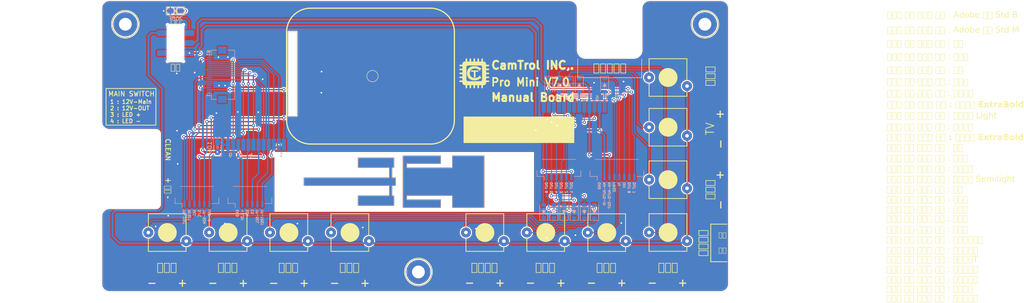
<source format=kicad_pcb>
(kicad_pcb (version 20240108) (generator "pcbnew") (generator_version "8.0")
  (layers (0 "F.Cu" signal) (31 "B.Cu" signal) (34 "B.Paste" user) (35 "F.Paste" user) (36 "B.SilkS" user "B.Silkscreen") (37 "F.SilkS" user "F.Silkscreen") (38 "B.Mask" user) (39 "F.Mask" user) (44 "Edge.Cuts" user))
  (net 0 "")
  (net 1 "GNDPWR")
  (net 2 "Net-(D1-A)")
  (net 3 "/LED_OUT_01")
  (net 4 "Net-(D2-K)")
  (net 5 "/LED_OUT_02")
  (net 6 "Net-(D3-K)")
  (net 7 "/LED_OUT_03")
  (net 8 "Net-(D4-K)")
  (net 9 "/LED_OUT_04")
  (net 10 "Net-(D5-K)")
  (net 11 "Net-(D12-K)")
  (net 12 "Net-(D13-K)")
  (net 13 "Net-(D14-K)")
  (net 14 "Net-(D15-K)")
  (net 15 "/LED_OUT_05")
  (net 16 "/LED_OUT_06")
  (net 17 "/LED_OUT_07")
  (net 18 "/LED_OUT_08")
  (net 19 "ST-7789V-LED_K")
  (net 20 "ST-7789V-D{slash}C")
  (net 21 "ST-7789V-CS")
  (net 22 "ST-7789V-SCL")
  (net 23 "ST-7789V-SDA")
  (net 24 "ST-7789V-RESET")
  (net 25 "ST-7789V-TP_SCL")
  (net 26 "ST-7789V-TP_SDA")
  (net 27 "ST-7789V-TP_TRST")
  (net 28 "ST-7789V-TP_TINT")
  (net 29 "+3.3V")
  (net 30 "Net-(SW6A-C)")
  (net 31 "+1.8V")
  (net 32 "Net-(SW10A-B)")
  (net 33 "/TV")
  (net 34 "Net-(D6-K)")
  (net 35 "/FRIGE")
  (net 36 "Net-(D7-K)")
  (net 37 "/INV")
  (net 38 "Net-(D16-K)")
  (net 39 "Net-(J1-Pin_10)")
  (net 40 "Net-(J1-Pin_12)")
  (footprint "Server.pretty:ST7789V" (layer "F.Cu") (at 96.955788 56.25 -90)
    (property "Reference" "U1" (hide yes))
    (property "Value" "1.3 OLED" (hide yes))
    (fp_rect (start -11.1 19) (end 9.9 21) (stroke (width 0.12)) (fill none) (layer "Edge.Cuts"))
  )
  (footprint "Server.pretty:8.5x8.5_Push_Lock" (layer "F.Cu") (at 140.335788 95.4)
    (property "Reference" "SW9" (hide yes))
    (property "Value" "L068-A" (hide yes))
  )
  (footprint "Server.pretty:8.5x8.5_Push_Lock" (layer "F.Cu") (at 45.605788 95.4)
    (property "Reference" "SW2" (hide yes))
    (property "Value" "L068-A" (hide yes))
  )
  (footprint "Server.pretty:8.5x8.5_Push_Lock" (layer "F.Cu") (at 170.935788 56.59)
    (property "Reference" "SW12" (hide yes))
    (property "Value" "L068-A" (hide yes))
  )
  (footprint "Server.pretty:LED_0805" (layer "F.Cu") (at 47.650788 39.93)
    (property "Reference" "D1" (hide yes))
    (property "Value" "MANUAL" (hide yes))
  )
  (footprint "Server.pretty:MountingHole_3.2mm_M3-pcb" (layer "F.Cu") (at 180.155788 43.27)
    (property "Reference" "H4" (hide yes))
    (property "Value" "MH" (hide yes))
  )
  (footprint "Server.pretty:8.5x8.5_Push_Lock" (layer "F.Cu") (at 170.935788 69.04)
    (property "Reference" "SW1" (hide yes))
    (property "Value" "L068-A" (hide yes))
  )
  (footprint "Server.pretty:8.5x8.5_Push_Lock" (layer "F.Cu") (at 125.095788 95.4)
    (property "Reference" "SW8" (hide yes))
    (property "Value" "L068-A" (hide yes))
  )
  (footprint "Server.pretty:MountingHole_3.2mm_M3-pcb" (layer "F.Cu") (at 108.455788 105.27)
    (property "Reference" "H2" (hide yes))
    (property "Value" "MH" (hide yes))
  )
  (footprint "Server.pretty:8.5x8.5_Push_Lock" (layer "F.Cu") (at 76.045788 95.4)
    (property "Reference" "SW4" (hide yes))
    (property "Value" "L068-A" (hide yes))
  )
  (footprint "Server.pretty:8.5x8.5_Push_Lock" (layer "F.Cu") (at 60.835788 95.39)
    (property "Reference" "SW3" (hide yes))
    (property "Value" "L068-A" (hide yes))
  )
  (footprint "Server.pretty:8.5x8.5_Push_Lock" (layer "F.Cu") (at 170.935788 82.17)
    (property "Reference" "SW7" (hide yes))
    (property "Value" "L068-A" (hide yes))
  )
  (footprint "Server.pretty:8.5x8.5_Push_Lock" (layer "F.Cu") (at 170.935788 95.39)
    (property "Reference" "SW11" (hide yes))
    (property "Value" "L068-A" (hide yes))
  )
  (footprint "Server.pretty:MountingHole_3.2mm_M3-pcb" (layer "F.Cu") (at 35.105788 43.27)
    (property "Reference" "H1" (hide yes))
    (property "Value" "MH" (hide yes))
  )
  (footprint "Server.pretty:YSS-1201" (layer "F.Cu") (at 47.650788 47.97)
    (property "Reference" "SW6" (hide yes))
    (property "Value" "SW_DPDT_x2" (hide yes))
    (fp_line (start -2 -4.38) (end -2 4.380001) (stroke (width 0.05)) (layer "Edge.Cuts"))
    (fp_line (start -1.78 -4.6) (end 1.78 -4.600001) (stroke (width 0.05)) (layer "Edge.Cuts"))
    (fp_line (start -1.78 4.600001) (end 1.780001 4.6) (stroke (width 0.05)) (layer "Edge.Cuts"))
    (fp_line (start 2 -4.380001) (end 2.000001 4.38) (stroke (width 0.05)) (layer "Edge.Cuts"))
    (fp_arc (start -2 -4.38) (mid -2.155563 -4.755563) (end -1.78 -4.6) (stroke (width 0.05)) (layer "Edge.Cuts"))
    (fp_arc (start -1.78 4.600001) (mid -2.155563 4.755564) (end -2 4.380001) (stroke (width 0.05)) (layer "Edge.Cuts"))
    (fp_arc (start 1.78 -4.600001) (mid 2.155564 -4.755563) (end 2 -4.380001) (stroke (width 0.05)) (layer "Edge.Cuts"))
    (fp_arc (start 2.000001 4.38) (mid 2.155563 4.755564) (end 1.780001 4.6) (stroke (width 0.05)) (layer "Edge.Cuts"))
  )
  (footprint "Server.pretty:logo" (layer "F.Cu") (at 122.445 55.53)
    (property "Reference" "G***" (hide yes))
    (property "Value" "LOGO" (hide yes))
  )
  (footprint "Server.pretty:8.5x8.5_Push_Lock" (layer "F.Cu") (at 155.605788 95.41)
    (property "Reference" "SW10" (hide yes))
    (property "Value" "L068-A" (hide yes))
  )
  (footprint "Server.pretty:8.5x8.5_Push_Lock" (layer "F.Cu") (at 91.325788 95.4)
    (property "Reference" "SW5" (hide yes))
    (property "Value" "L068-A" (hide yes))
  )
  (footprint "Server.pretty:D_SOD-123" (layer "B.Cu") (at 152.515788 90.12 90)
    (property "Reference" "D13" (hide yes))
    (property "Value" "type=\"D\" model=\"1N4148W\" lib=\"\"" (hide yes))
  )
  (footprint "Server.pretty:D_SOD-123" (layer "B.Cu") (at 149.975788 90.12 90)
    (property "Reference" "D12" (hide yes))
    (property "Value" "type=\"D\" model=\"1N4148W\" lib=\"\"" (hide yes))
  )
  (footprint "Server.pretty:D_SOD-123" (layer "B.Cu") (at 141.085788 58.57 -90)
    (property "Reference" "D15" (hide yes))
    (property "Value" "type=\"D\" model=\"1N4148W\" lib=\"\"" (hide yes))
  )
  (footprint "Connector_JST:JST_GH_SM06B-GHS-TB_1x06-1MP_P1.25mm_Horizontal" (layer "B.Cu") (at 53.020788 86.43)
    (property "Reference" "J6" (hide yes))
    (property "Value" "Conn_01x06_Pin" (hide yes))
  )
  (footprint "Server.pretty:D_SOD-123" (layer "B.Cu") (at 142.355788 90.12 90)
    (property "Reference" "D3" (hide yes))
    (property "Value" "type=\"D\" model=\"1N4148W\" lib=\"\"" (hide yes))
  )
  (footprint "Server.pretty:D_SOD-123" (layer "B.Cu") (at 155.055788 58.57 -90)
    (property "Reference" "D14" (hide yes))
    (property "Value" "type=\"D\" model=\"1N4148W\" lib=\"\"" (hide yes))
  )
  (footprint "Connector_JST:JST_GH_SM08B-GHS-TB_1x08-1MP_P1.25mm_Horizontal" (layer "B.Cu") (at 158.120788 79.65)
    (property "Reference" "J8" (hide yes))
    (property "Value" "Conn_01x08_Pin" (hide yes))
  )
  (footprint "Connector_JST:JST_GH_SM06B-GHS-TB_1x06-1MP_P1.25mm_Horizontal" (layer "B.Cu") (at 143.620788 79.65)
    (property "Reference" "J4" (hide yes))
    (property "Value" "Conn_01x06_Pin" (hide yes))
  )
  (footprint "Server.pretty:R_0805_HandSoldering" (layer "B.Cu") (at 47.650788 39.93)
    (property "Reference" "R3" (hide yes))
    (property "Value" "203F")
  )
  (footprint "Server.pretty:C_0805_HandSoldering" (layer "B.Cu") (at 58.165788 74.04 -90)
    (property "Reference" "C1" (hide yes))
    (property "Value" "106")
  )
  (footprint "Server.pretty:SMD_CONN_1x12_P1.270mm" (layer "B.Cu") (at 74.785788 73.41 180)
    (property "Reference" "J3" (hide yes))
    (property "Value" "Conn_01x12_Male" (hide yes))
  )
  (footprint "Server.pretty:Hirose_FH12-18S-0.5SH_1x18-1MP_P0.50mm_Horizontal_ST7789V3-TC" (layer "B.Cu") (at 57.955788 55.9 -90)
    (property "Reference" "J2" (hide yes))
    (property "Value" "Conn_01x12_Male" (hide yes))
  )
  (footprint "Server:IPX-ANTENA" (layer "B.Cu") (at 103.045788 82.66)
    (property "Reference" "A1" (hide yes))
    (property "Value" "IPX-ANTENA" (hide yes))
  )
  (footprint "Server.pretty:D_SOD-123" (layer "B.Cu") (at 146.165788 58.57 -90)
    (property "Reference" "D6" (hide yes))
    (property "Value" "type=\"D\" model=\"1N4148W\" lib=\"\"" (hide yes))
  )
  (footprint "Server.pretty:D_SOD-123" (layer "B.Cu") (at 143.625788 58.57 -90)
    (property "Reference" "D16" (hide yes))
    (property "Value" "type=\"D\" model=\"1N4148W\" lib=\"\"" (hide yes))
  )
  (footprint "Server.pretty:D_SOD-123" (layer "B.Cu") (at 148.705788 58.57 -90)
    (property "Reference" "D7" (hide yes))
    (property "Value" "type=\"D\" model=\"1N4148W\" lib=\"\"" (hide yes))
  )
  (footprint "Server.pretty:D_SOD-123" (layer "B.Cu") (at 147.435788 90.12 90)
    (property "Reference" "D5" (hide yes))
    (property "Value" "type=\"D\" model=\"1N4148W\" lib=\"\"" (hide yes))
  )
  (footprint "Server.pretty:SMD_CONN_1x14_P1.270mm" (layer "B.Cu") (at 139.815788 63.92)
    (property "Reference" "J1" (hide yes))
    (property "Value" "Conn_01x12_Male" (hide yes))
  )
  (footprint "Server.pretty:D_SOD-123" (layer "B.Cu") (at 139.815788 90.12 90)
    (property "Reference" "D2" (hide yes))
    (property "Value" "type=\"D\" model=\"1N4148W\" lib=\"\"" (hide yes))
  )
  (footprint "Connector_JST:JST_GH_SM06B-GHS-TB_1x06-1MP_P1.25mm_Horizontal" (layer "B.Cu") (at 66.275788 86.43)
    (property "Reference" "J7" (hide yes))
    (property "Value" "Conn_01x06_Pin" (hide yes))
  )
  (footprint "Server.pretty:D_SOD-123" (layer "B.Cu") (at 144.895788 90.12 90)
    (property "Reference" "D4" (hide yes))
    (property "Value" "type=\"D\" model=\"1N4148W\" lib=\"\"" (hide yes))
  )
  (gr_line (start 164.335788 56.64) (end 148.315788 56.64) (stroke (width 0.12)) (layer "F.SilkS"))
  (gr_line (start 148.315788 51.94) (end 148.315788 56.59) (stroke (width 0.12)) (layer "F.SilkS"))
  (gr_line (start 185.695788 93.3) (end 181.615788 93.3) (stroke (width 0.2)) (layer "F.SilkS"))
  (gr_line (start 185.695788 102.71) (end 181.615788 102.71) (stroke (width 0.2)) (layer "F.SilkS"))
  (gr_rect (start 30.270788 59.35) (end 42.740788 68.53) (stroke (width 0.2)) (fill none) (layer "F.SilkS"))
  (gr_line (start 181.615788 102.71) (end 181.615788 93.3) (stroke (width 0.2)) (layer "F.SilkS"))
  (gr_rect (start 119.825 66.44) (end 147.395 72.94) (stroke (width 0.12)) (fill solid) (layer "F.SilkS"))
  (gr_line (start 164.335788 51.93) (end 164.335788 56.64) (stroke (width 0.12)) (layer "F.SilkS"))
  (gr_arc (start 164.325788 39.27) (mid 164.911574 37.855786) (end 166.325788 37.27) (stroke (width 0.05)) (layer "Edge.Cuts"))
  (gr_line (start 164.325788 39.27) (end 164.325788 49.7) (stroke (width 0.05)) (layer "Edge.Cuts"))
  (gr_line (start 42.765739 69.689951) (end 31.105788 69.689951) (stroke (width 0.05)) (layer "Edge.Cuts"))
  (gr_arc (start 42.765739 69.689951) (mid 43.479954 69.985799) (end 43.775788 70.7) (stroke (width 0.05)) (layer "Edge.Cuts"))
  (gr_arc (start 31.105788 110.27) (mid 29.691574 109.684214) (end 29.105788 108.27) (stroke (width 0.05)) (layer "Edge.Cuts"))
  (gr_line (start 186.155788 39.27) (end 186.155788 108.27) (stroke (width 0.05)) (layer "Edge.Cuts"))
  (gr_arc (start 186.155788 108.27) (mid 185.570002 109.684214) (end 184.155788 110.27) (stroke (width 0.05)) (layer "Edge.Cuts"))
  (gr_arc (start 184.155788 37.27) (mid 185.570002 37.855786) (end 186.155788 39.27) (stroke (width 0.05)) (layer "Edge.Cuts"))
  (gr_line (start 162.325788 51.7) (end 150.305788 51.7) (stroke (width 0.05)) (layer "Edge.Cuts"))
  (gr_arc (start 29.105788 39.27) (mid 29.691574 37.855786) (end 31.105788 37.27) (stroke (width 0.05)) (layer "Edge.Cuts"))
  (gr_line (start 43.775788 88.31) (end 43.775788 70.7) (stroke (width 0.05)) (layer "Edge.Cuts"))
  (gr_arc (start 29.105788 91.32) (mid 29.691574 89.905786) (end 31.105788 89.32) (stroke (width 0.05)) (layer "Edge.Cuts"))
  (gr_line (start 29.105788 67.69) (end 29.105788 39.27) (stroke (width 0.05)) (layer "Edge.Cuts"))
  (gr_arc (start 150.305788 51.7) (mid 148.891574 51.114214) (end 148.305788 49.7) (stroke (width 0.05)) (layer "Edge.Cuts"))
  (gr_arc (start 31.105788 69.689951) (mid 29.691556 69.104168) (end 29.105788 67.689951) (stroke (width 0.05)) (layer "Edge.Cuts"))
  (gr_line (start 148.305788 49.7) (end 148.305788 39.27) (stroke (width 0.05)) (layer "Edge.Cuts"))
  (gr_arc (start 164.325788 49.7) (mid 163.740002 51.114214) (end 162.325788 51.7) (stroke (width 0.05)) (layer "Edge.Cuts"))
  (gr_line (start 184.155788 110.27) (end 166.325788 110.27) (stroke (width 0.05)) (layer "Edge.Cuts"))
  (gr_line (start 29.105788 91.32) (end 29.105788 108.29) (stroke (width 0.05)) (layer "Edge.Cuts"))
  (gr_line (start 184.155788 37.27) (end 166.325788 37.27) (stroke (width 0.05)) (layer "Edge.Cuts"))
  (gr_line (start 31.105788 110.27) (end 184.155788 110.27) (stroke (width 0.05)) (layer "Edge.Cuts"))
  (gr_arc (start 146.305788 37.27) (mid 147.720002 37.855786) (end 148.305788 39.27) (stroke (width 0.05)) (layer "Edge.Cuts"))
  (gr_line (start 31.105788 37.27) (end 146.305788 37.27) (stroke (width 0.05)) (layer "Edge.Cuts"))
  (gr_arc (start 43.775788 88.309951) (mid 43.479937 89.024149) (end 42.765739 89.32) (stroke (width 0.05)) (layer "Edge.Cuts"))
  (gr_line (start 42.765739 89.32) (end 31.105788 89.32) (stroke (width 0.05)) (layer "Edge.Cuts"))
  (gr_line (start 31.105788 110.27) (end 146.305788 110.27) (stroke (width 0.05)) (layer "Edge.Cuts"))
  (gr_text "하강" (at 185.565788 96.08 0) (layer "F.SilkS") (effects (font (size 1.2 1.2) (thickness 0.25) (bold yes)) (justify right)))
  (gr_text "냉장고 히터 무드등 흥홍 : 나눔고딕 ExtraBold" (at 225.675788 63.42 0) (layer "F.SilkS") (effects (font (size 1.5 1.5) (thickness 0.2)) (justify left)))
  (gr_text "냉장고 히터 무드등 흥홍 : 은돋움" (at 225.595788 92.01 0) (layer "F.SilkS") (effects (font (size 1.5 1.5) (thickness 0.2)) (justify left)))
  (gr_text "냉장고 히터 무드등 흥홍 : 바탕체" (at 225.595788 87.14 0) (layer "F.SilkS") (effects (font (size 1.5 1.5) (thickness 0.2)) (justify left)))
  (gr_text "냉장고 히터 무드등 흥홍 : 휴먼아미체" (at 225.585788 104.66 0) (layer "F.SilkS") (effects (font (size 1.5 1.5) (thickness 0.2)) (justify left)))
  (gr_text "-" (at 183.985788 88.48 90) (layer "F.SilkS") (effects (font (size 2 2) (thickness 0.3))))
  (gr_text "+" (at 144.120788 107.92 0) (layer "F.SilkS") (effects (font (size 2 2) (thickness 0.3))))
  (gr_text "+" (at 95.095788 107.97 0) (layer "F.SilkS") (effects (font (size 2 2) (thickness 0.3))))
  (gr_text "냉장고 히터 무드등 흥홍 : 돋움" (at 225.605788 74.2 0) (layer "F.SilkS") (effects (font (size 1.5 1.5) (thickness 0.2)) (justify left)))
  (gr_text "디스플레이" (at 156.345788 54.24 0) (layer "F.SilkS") (effects (font (size 2 2) (thickness 0.25))))
  (gr_text "무드등" (at 140.205788 104.16 0) (layer "F.SilkS") (effects (font (size 2 2) (thickness 0.2))))
  (gr_text "팝업텐트" (at 179.695788 98.04 90) (layer "F.SilkS") (effects (font (size 2 2) (thickness 0.2))))
  (gr_text "+" (at 79.855788 107.97 0) (layer "F.SilkS") (effects (font (size 2 2) (thickness 0.3))))
  (gr_text "-" (at 166.980788 107.92 0) (layer "F.SilkS") (effects (font (size 2 2) (thickness 0.3))))
  (gr_text "+" (at 64.615788 107.97 0) (layer "F.SilkS") (effects (font (size 2 2) (thickness 0.3))))
  (gr_text "Pro Mini V7.0" (at 126.445 57.78 0) (layer "F.SilkS") (effects (font (size 2 1.9) (thickness 0.4)) (justify left)))
  (gr_text "어닝등" (at 170.925788 104.15 0) (layer "F.SilkS") (effects (font (size 2 2) (thickness 0.2))))
  (gr_text "시트열선" (at 124.965788 104.16 0) (layer "F.SilkS") (effects (font (size 2 2) (thickness 0.2))))
  (gr_text "사이드" (at 75.915788 104.16 0) (layer "F.SilkS") (effects (font (size 2 2) (thickness 0.2))))
  (gr_text "냉장고 히터 무드등 흥홍 : 굴림체" (at 225.695788 51.45 0) (layer "F.SilkS") (effects (font (size 1.5 1.5) (thickness 0.2)) (justify left)))
  (gr_text "실내등" (at 60.705788 104.15 0) (layer "F.SilkS") (effects (font (size 2 2) (thickness 0.2))))
  (gr_text "냉장고 히터 무드등 흥홍 : 나눔명조" (at 225.645788 69 0) (layer "F.SilkS") (effects (font (size 1.5 1.5) (thickness 0.2)) (justify left)))
  (gr_text "-" (at 183.985788 73.24 90) (layer "F.SilkS") (effects (font (size 2 2) (thickness 0.3))))
  (gr_text "냉장고 히터 무드등 흥홍 : 휴먼헤드라인" (at 225.585788 97.22 0) (layer "F.SilkS") (effects (font (size 1.5 1.5) (thickness 0.2)) (justify left)))
  (gr_text "-" (at 121.260788 107.92 0) (layer "F.SilkS") (effects (font (size 2 2) (thickness 0.3))))
  (gr_text "냉장고 히터 무드등 흥홍 : 궁서체" (at 225.695788 57.73 0) (layer "F.SilkS") (effects (font (size 1.5 1.5) (thickness 0.2)) (justify left)))
  (gr_text "+" (at 128.880788 107.92 0) (layer "F.SilkS") (effects (font (size 2 2) (thickness 0.3))))
  (gr_text "냉장고 히터 무드등 흥홍 : Adobe 명조 Std M" (at 225.695788 44.74 0) (layer "F.SilkS") (effects (font (size 1.5 1.5) (thickness 0.2)) (justify left)))
  (gr_text "냉장고 히터 무드등 흥홍 : 휴먼옛체" (at 225.585788 109.57 0) (layer "F.SilkS") (effects (font (size 1.5 1.5) (thickness 0.2)) (justify left)))
  (gr_text "냉장고 히터 무드등 흥홍 : 바탕" (at 225.595788 84.65 0) (layer "F.SilkS") (effects (font (size 1.5 1.5) (thickness 0.2)) (justify left)))
  (gr_text "Manual Board" (at 126.445 61.58 0) (layer "F.SilkS") (effects (font (size 2 2) (thickness 0.5)) (justify left)))
  (gr_text "-" (at 56.995788 107.97 0) (layer "F.SilkS") (effects (font (size 2 2) (thickness 0.3))))
  (gr_text "-" (at 72.235788 107.97 0) (layer "F.SilkS") (effects (font (size 2 2) (thickness 0.3))))
  (gr_text "-" (at 87.475788 107.97 0) (layer "F.SilkS") (effects (font (size 2 2) (thickness 0.3))))
  (gr_text "물펌프" (at 45.495788 104.16 0) (layer "F.SilkS") (effects (font (size 2 2) (thickness 0.2))))
  (gr_text "냉장고 히터 무드등 흥홍 : 휴먼엑스포" (at 225.585788 107.19 0) (layer "F.SilkS") (effects (font (size 1.5 1.5) (thickness 0.2)) (justify left)))
  (gr_text "냉장고 히터 무드등 흥홍 : 나눔고딕 Light" (at 225.675788 66.19 0) (layer "F.SilkS") (effects (font (size 1.5 1.5) (thickness 0.2)) (justify left)))
  (gr_text "+" (at 174.600788 107.92 0) (layer "F.SilkS") (effects (font (size 2 2) (thickness 0.3))))
  (gr_text "+" (at 183.985788 80.86 0) (layer "F.SilkS") (effects (font (size 2 2) (thickness 0.3))))
  (gr_text "냉장고 히터 무드등 흥홍 : 나눔명조 ExtraBold" (at 225.615788 71.63 0) (layer "F.SilkS") (effects (font (size 1.5 1.5) (thickness 0.2)) (justify left)))
  (gr_text "냉장고 히터 무드등 흥홍 : 궁서" (at 225.695788 54.74 0) (layer "F.SilkS") (effects (font (size 1.5 1.5) (thickness 0.2)) (justify left)))
  (gr_text "인버터" (at 181.445788 56.27 90) (layer "F.SilkS") (effects (font (size 2 2) (thickness 0.2))))
  (gr_text "+ 상시 -" (at 45.745788 84.2975 -90) (layer "F.SilkS") (effects (font (size 1.5 1.2) (thickness 0.2) (bold yes))))
  (gr_text "CamTrol INC,." (at 126.445 53.53 0) (layer "F.SilkS") (effects (font (size 2 2) (thickness 0.5)) (justify left)))
  (gr_text "냉장고 히터 무드등 흥홍 : 맑은고딕 Semilight" (at 225.605788 82.08 0) (layer "F.SilkS") (effects (font (size 1.5 1.5) (thickness 0.2)) (justify left)))
  (gr_text "MAIN SWITCH" (at 30.705788 60.69 0) (layer "F.SilkS") (effects (font (size 1.2 1.2) (thickness 0.2) (bold yes)) (justify left)))
  (gr_text "냉장고 히터 무드등 흥홍 : 휴먼매직체" (at 225.585788 99.89 0) (layer "F.SilkS") (effects (font (size 1.5 1.5) (thickness 0.2)) (justify left)))
  (gr_text "1 : 12V-Main\n2 : 12V-OUT\n3 : LED +\n4 : LED -" (at 31.180788 65.09 0) (layer "F.SilkS") (effects (font (size 1 1) (thickness 0.2) (bold yes)) (justify left)))
  (gr_text "냉장고 히터 무드등 흥홍 : 은바탕" (at 225.585788 94.69 0) (layer "F.SilkS") (effects (font (size 1.5 1.5) (thickness 0.2)) (justify left)))
  (gr_text "팝업등" (at 91.195788 104.16 0) (layer "F.SilkS") (effects (font (size 2 2) (thickness 0.2))))
  (gr_text "-" (at 41.755788 107.97 0) (layer "F.SilkS") (effects (font (size 2 2) (thickness 0.3))))
  (gr_text "+" (at 183.985788 65.62 0) (layer "F.SilkS") (effects (font (size 2 2) (thickness 0.3))))
  (gr_text "냉장고 히터 무드등 흥홍 : 굴림" (at 225.695788 48.17 0) (layer "F.SilkS") (effects (font (size 1.5 1.5) (thickness 0.2)) (justify left)))
  (gr_text "후면등" (at 155.475788 104.17 0) (layer "F.SilkS") (effects (font (size 2 2) (thickness 0.2))))
  (gr_text "상승" (at 185.565788 99.89 0) (layer "F.SilkS") (effects (font (size 1.2 1.2) (thickness 0.25) (bold yes)) (justify right)))
  (gr_text "냉장고 히터 무드등 흥홍 : Adobe 고딕 Std B" (at 225.705788 40.99 0) (layer "F.SilkS") (effects (font (size 1.5 1.5) (thickness 0.2)) (justify left)))
  (gr_text "냉장고" (at 181.445788 84.68 90) (layer "F.SilkS") (effects (font (size 2 2) (thickness 0.2))))
  (gr_text "-" (at 151.740788 107.92 0) (layer "F.SilkS") (effects (font (size 2 2) (thickness 0.3))))
  (gr_text "+" (at 49.375788 107.97 0) (layer "F.SilkS") (effects (font (size 2 2) (thickness 0.3))))
  (gr_text "냉장고 히터 무드등 흥홍 : 나눔고딕" (at 225.675788 60.6 0) (layer "F.SilkS") (effects (font (size 1.5 1.5) (thickness 0.2)) (justify left)))
  (gr_text "냉장고 히터 무드등 흥홍 : 돋움체" (at 225.605788 76.83 0) (layer "F.SilkS") (effects (font (size 1.5 1.5) (thickness 0.2)) (justify left)))
  (gr_text "냉장고 히터 무드등 흥홍 : 맑은고딕" (at 225.605788 79.53 0) (layer "F.SilkS") (effects (font (size 1.5 1.5) (thickness 0.2)) (justify left)))
  (gr_text "냉장고 히터 무드등 흥홍 : 휴먼편제체" (at 225.585788 111.86 0) (layer "F.SilkS") (effects (font (size 1.5 1.5) (thickness 0.2)) (justify left)))
  (gr_text "+" (at 159.360788 107.92 0) (layer "F.SilkS") (effects (font (size 2 2) (thickness 0.3))))
  (gr_text "TV" (at 181.445788 69.44 90) (layer "F.SilkS") (effects (font (size 2 2) (thickness 0.2))))
  (gr_text "CLEAN" (at 45.745788 74.6775 -90) (layer "F.SilkS") (effects (font (size 1.2 1.2) (thickness 0.2) (bold yes))))
  (gr_text "냉장고 히터 무드등 흥홍 : 휴먼모음T" (at 225.585788 102.13 0) (layer "F.SilkS") (effects (font (size 1.5 1.5) (thickness 0.2)) (justify left)))
  (gr_text "냉장고 히터 무드등 흥홍 : 새굴림" (at 225.595788 89.67 0) (layer "F.SilkS") (effects (font (size 1.5 1.5) (thickness 0.2)) (justify left)))
  (gr_text "-" (at 136.500788 107.92 0) (layer "F.SilkS") (effects (font (size 2 2) (thickness 0.3))))
  (via (at 60.765788 51.51) (size 0.8) (drill 0.4) (layers "F.Cu" "B.Cu") (net 1))
  (via (at 48.205788 78.22) (size 0.8) (drill 0.4) (layers "F.Cu" "B.Cu") (net 1))
  (via (at 84.205788 55.12) (size 0.8) (drill 0.4) (layers "F.Cu" "B.Cu") (net 1))
  (via (at 94.535788 94.13) (size 0.8) (drill 0.4) (layers "F.Cu" "B.Cu") (net 1))
  (via (at 69.455788 57.02) (size 0.8) (drill 0.4) (layers "F.Cu" "B.Cu") (net 1))
  (via (at 68.355788 65.27) (size 0.8) (drill 0.4) (layers "F.Cu" "B.Cu") (net 1))
  (via (at 78.175788 93.15) (size 0.8) (drill 0.4) (layers "F.Cu" "B.Cu") (net 1))
  (via (at 57.905788 65.52) (size 0.8) (drill 0.4) (layers "F.Cu" "B.Cu") (net 1))
  (via (at 60.055788 58.62) (size 0.8) (drill 0.4) (layers "F.Cu" "B.Cu") (net 1))
  (via (at 139.455788 61.17) (size 0.8) (drill 0.4) (layers "F.Cu" "B.Cu") (net 1))
  (via (at 147.745788 96.05) (size 0.8) (drill 0.4) (layers "F.Cu" "B.Cu") (net 1))
  (via (at 152.425788 57.9) (size 0.8) (drill 0.4) (layers "F.Cu" "B.Cu") (net 1))
  (via (at 63.255788 65.22) (size 0.8) (drill 0.4) (layers "F.Cu" "B.Cu") (net 1))
  (via (at 47.955788 55.57) (size 0.8) (drill 0.4) (layers "F.Cu" "B.Cu") (net 1))
  (via (at 42.695788 93.88) (size 0.8) (drill 0.4) (layers "F.Cu" "B.Cu") (net 1))
  (via (at 58.555788 58.62) (size 0.8) (drill 0.4) (layers "F.Cu" "B.Cu") (net 1))
  (via (at 60.035788 93.15) (size 0.8) (drill 0.4) (layers "F.Cu" "B.Cu") (net 1))
  (via (at 58.415788 51.52) (size 0.8) (drill 0.4) (layers "F.Cu" "B.Cu") (net 1))
  (via (at 140.595788 96.75) (size 0.8) (drill 0.4) (layers "F.Cu" "B.Cu") (net 1))
  (via (at 45.825788 91.19) (size 0.8) (drill 0.4) (layers "F.Cu" "B.Cu") (net 1))
  (via (at 159.795788 57.63) (size 0.8) (drill 0.4) (layers "F.Cu" "B.Cu") (net 1))
  (via (at 52.455788 55.36) (size 0.8) (drill 0.4) (layers "F.Cu" "B.Cu") (net 1))
  (via (at 84.155788 60.42) (size 0.8) (drill 0.4) (layers "F.Cu" "B.Cu") (net 1))
  (via (at 44.695788 39.93) (size 0.8) (drill 0.4) (layers "F.Cu" "B.Cu") (net 1))
  (via (at 159.245788 93.02) (size 0.8) (drill 0.4) (layers "F.Cu" "B.Cu") (net 1))
  (via (at 48.055788 69.92) (size 0.8) (drill 0.4) (layers "F.Cu" "B.Cu") (net 1))
  (via (at 122.825788 94.43) (size 0.8) (drill 0.4) (layers "F.Cu" "B.Cu") (net 1))
  (segment (start 63.765788 54.65) (end 64.215788 54.2) (width 0.3) (layer "B.Cu") (net 1))
  (segment (start 151.805788 77.41) (end 151.805788 77.09) (width 0.3) (layer "B.Cu") (net 1))
  (segment (start 56.105788 57.65) (end 54.615788 57.65) (width 0.3) (layer "B.Cu") (net 1))
  (segment (start 56.105788 58.15) (end 57.865788 58.15) (width 0.3) (layer "B.Cu") (net 1))
  (segment (start 57.895788 57.65) (end 58.255788 58.01) (width 0.3) (layer "B.Cu") (net 1))
  (segment (start 56.105788 54.65) (end 63.765788 54.65) (width 0.3) (layer "B.Cu") (net 1))
  (segment (start 56.105788 58.15) (end 54.635788 58.15) (width 0.3) (layer "B.Cu") (net 1))
  (segment (start 56.105788 57.65) (end 57.895788 57.65) (width 0.3) (layer "B.Cu") (net 1))
  (segment (start 56.105788 54.65) (end 54.535788 54.65) (width 0.3) (layer "B.Cu") (net 1))
  (segment (start 151.805788 77.09) (end 151.805788 77.59) (width 0.3) (layer "B.Cu") (net 1))
  (segment (start 48.900788 39.93) (end 50.135788 39.93) (width 0.3) (layer "F.Cu") (net 2))
  (via (at 50.135788 39.93) (size 0.8) (drill 0.4) (layers "F.Cu" "B.Cu") (net 2))
  (segment (start 50.135788 39.93) (end 48.850788 39.93) (width 0.3) (layer "B.Cu") (net 2))
  (segment (start 146.735788 80.14) (end 139.685788 80.14) (width 0.2) (layer "F.Cu") (net 3))
  (segment (start 139.685788 80.14) (end 139.665788 80.12) (width 0.2) (layer "F.Cu") (net 3))
  (via (at 139.665788 80.12) (size 0.8) (drill 0.4) (layers "F.Cu" "B.Cu") (net 3))
  (via (at 146.735788 80.14) (size 0.8) (drill 0.4) (layers "F.Cu" "B.Cu") (net 3))
  (segment (start 139.815788 63.92) (end 139.665788 64.07) (width 0.3) (layer "B.Cu") (net 3))
  (segment (start 139.665788 88.32) (end 139.815788 88.47) (width 0.3) (layer "B.Cu") (net 3))
  (segment (start 146.745788 81.5) (end 146.745788 80.15) (width 0.2) (layer "B.Cu") (net 3))
  (segment (start 146.745788 80.15) (end 146.735788 80.14) (width 0.2) (layer "B.Cu") (net 3))
  (segment (start 139.665788 80.12) (end 139.665788 88.32) (width 0.3) (layer "B.Cu") (net 3))
  (segment (start 139.665788 64.07) (end 139.665788 80.12) (width 0.3) (layer "B.Cu") (net 3))
  (segment (start 139.815788 91.77) (end 139.815788 91.2) (width 0.3) (layer "B.Cu") (net 4))
  (segment (start 139.295788 90.68) (end 52.295788 90.68) (width 0.3) (layer "B.Cu") (net 4))
  (segment (start 139.815788 91.2) (end 139.295788 90.68) (width 0.3) (layer "B.Cu") (net 4))
  (segment (start 40.855788 93.32) (end 40.855788 95.4) (width 0.3) (layer "B.Cu") (net 4))
  (segment (start 52.295788 90.68) (end 50.605788 92.37) (width 0.3) (layer "B.Cu") (net 4))
  (segment (start 41.805788 92.37) (end 40.855788 93.32) (width 0.3) (layer "B.Cu") (net 4))
  (segment (start 50.605788 92.37) (end 41.805788 92.37) (width 0.3) (layer "B.Cu") (net 4))
  (segment (start 142.605788 66.14) (end 142.355788 65.89) (width 0.2) (layer "F.Cu") (net 5))
  (segment (start 146.135788 89.84) (end 142.375788 89.84) (width 0.2) (layer "F.Cu") (net 5))
  (segment (start 145.815788 66.14) (end 142.605788 66.14) (width 0.2) (layer "F.Cu") (net 5))
  (segment (start 142.375788 89.84) (end 142.355788 89.82) (width 0.2) (layer "F.Cu") (net 5))
  (via (at 142.355788 65.89) (size 0.8) (drill 0.4) (layers "F.Cu" "B.Cu") (net 5))
  (via (at 145.815788 66.14) (size 0.8) (drill 0.4) (layers "F.Cu" "B.Cu") (net 5))
  (via (at 142.355788 89.82) (size 0.8) (drill 0.4) (layers "F.Cu" "B.Cu") (net 5))
  (via (at 146.135788 89.84) (size 0.8) (drill 0.4) (layers "F.Cu" "B.Cu") (net 5))
  (segment (start 145.495788 81.5) (end 145.495788 84.76) (width 0.2) (layer "B.Cu") (net 5))
  (segment (start 145.495788 84.76) (end 146.145788 85.41) (width 0.2) (layer "B.Cu") (net 5))
  (segment (start 142.355788 65.89) (end 142.355788 63.92) (width 0.2) (layer "B.Cu") (net 5))
  (segment (start 145.495788 66.46) (end 145.815788 66.14) (width 0.2) (layer "B.Cu") (net 5))
  (segment (start 146.145788 89.83) (end 146.135788 89.84) (width 0.2) (layer "B.Cu") (net 5))
  (segment (start 142.355788 63.92) (end 142.365788 63.93) (width 0.3) (layer "B.Cu") (net 5))
  (segment (start 145.495788 81.5) (end 145.495788 66.46) (width 0.2) (layer "B.Cu") (net 5))
  (segment (start 142.355788 89.82) (end 142.355788 88.47) (width 0.2) (layer "B.Cu") (net 5))
  (segment (start 146.145788 85.41) (end 146.145788 89.83) (width 0.2) (layer "B.Cu") (net 5))
  (segment (start 142.355788 91.77) (end 142.355788 92.57) (width 0.3) (layer "B.Cu") (net 6))
  (segment (start 136.795788 91.18) (end 56.925788 91.18) (width 0.3) (layer "B.Cu") (net 6))
  (segment (start 56.925788 91.18) (end 56.085788 92.02) (width 0.3) (layer "B.Cu") (net 6))
  (segment (start 138.535788 92.92) (end 136.795788 91.18) (width 0.3) (layer "B.Cu") (net 6))
  (segment (start 56.085788 92.02) (end 56.085788 95.39) (width 0.3) (layer "B.Cu") (net 6))
  (segment (start 142.355788 91.77) (end 142.035788 91.77) (width 0.3) (layer "B.Cu") (net 6))
  (segment (start 142.355788 92.57) (end 142.005788 92.92) (width 0.3) (layer "B.Cu") (net 6))
  (segment (start 142.005788 92.92) (end 138.535788 92.92) (width 0.3) (layer "B.Cu") (net 6))
  (segment (start 144.895788 63.92) (end 144.895788 77.05) (width 0.2) (layer "B.Cu") (net 7))
  (segment (start 144.895788 88.47) (end 144.895788 85.61) (width 0.2) (layer "B.Cu") (net 7))
  (segment (start 144.895788 85.61) (end 144.245788 84.96) (width 0.2) (layer "B.Cu") (net 7))
  (segment (start 144.895788 77.05) (end 144.245788 77.7) (width 0.2) (layer "B.Cu") (net 7))
  (segment (start 144.245788 77.7) (end 144.245788 81.5) (width 0.2) (layer "B.Cu") (net 7))
  (segment (start 144.245788 84.96) (end 144.245788 81.5) (width 0.2) (layer "B.Cu") (net 7))
  (segment (start 143.005788 92.92) (end 142.405788 93.52) (width 0.3) (layer "B.Cu") (net 8))
  (segment (start 144.895788 92.53) (end 144.505788 92.92) (width 0.3) (layer "B.Cu") (net 8))
  (segment (start 136.455788 91.68) (end 72.165788 91.68) (width 0.3) (layer "B.Cu") (net 8))
  (segment (start 71.245788 92.6) (end 71.245788 95.41) (width 0.3) (layer "B.Cu") (net 8))
  (segment (start 144.895788 91.77) (end 144.895788 92.53) (width 0.3) (layer "B.Cu") (net 8))
  (segment (start 138.295788 93.52) (end 136.455788 91.68) (width 0.3) (layer "B.Cu") (net 8))
  (segment (start 144.505788 92.92) (end 143.005788 92.92) (width 0.3) (layer "B.Cu") (net 8))
  (segment (start 142.405788 93.52) (end 138.295788 93.52) (width 0.3) (layer "B.Cu") (net 8))
  (segment (start 72.165788 91.68) (end 71.245788 92.6) (width 0.3) (layer "B.Cu") (net 8))
  (segment (start 147.325788 87.18) (end 147.455788 87.31) (width 0.2) (layer "F.Cu") (net 9))
  (segment (start 142.915788 87.18) (end 147.325788 87.18) (width 0.2) (layer "F.Cu") (net 9))
  (segment (start 147.415788 68.61) (end 147.425788 68.6) (width 0.2) (layer "F.Cu") (net 9))
  (segment (start 143.095788 68.61) (end 147.415788 68.61) (width 0.2) (layer "F.Cu") (net 9))
  (via (at 143.095788 68.61) (size 0.8) (drill 0.4) (layers "F.Cu" "B.Cu") (net 9))
  (via (at 147.425788 68.6) (size 0.8) (drill 0.4) (layers "F.Cu" "B.Cu") (net 9))
  (via (at 147.455788 87.31) (size 0.8) (drill 0.4) (layers "F.Cu" "B.Cu") (net 9))
  (via (at 142.915788 87.18) (size 0.8) (drill 0.4) (layers "F.Cu" "B.Cu") (net 9))
  (segment (start 142.995788 81.5) (end 142.995788 68.71) (width 0.2) (layer "B.Cu") (net 9))
  (segment (start 147.425788 68.6) (end 147.425788 68.2) (width 0.2) (layer "B.Cu") (net 9))
  (segment (start 147.425788 68.2) (end 147.435788 68.19) (width 0.2) (layer "B.Cu") (net 9))
  (segment (start 147.455788 87.31) (end 147.455788 88.45) (width 0.2) (layer "B.Cu") (net 9))
  (segment (start 142.995788 68.71) (end 143.095788 68.61) (width 0.2) (layer "B.Cu") (net 9))
  (segment (start 147.455788 88.45) (end 147.435788 88.47) (width 0.2) (layer "B.Cu") (net 9))
  (segment (start 147.435788 68.19) (end 147.435788 63.92) (width 0.2) (layer "B.Cu") (net 9))
  (segment (start 142.995788 81.5) (end 142.995788 87.1) (width 0.2) (layer "B.Cu") (net 9))
  (segment (start 142.995788 87.1) (end 142.915788 87.18) (width 0.2) (layer "B.Cu") (net 9))
  (segment (start 147.435788 91.77) (end 147.435788 92.59) (width 0.3) (layer "B.Cu") (net 10))
  (segment (start 145.305788 92.92) (end 144.705788 93.52) (width 0.3) (layer "B.Cu") (net 10))
  (segment (start 147.105788 92.92) (end 145.305788 92.92) (width 0.3) (layer "B.Cu") (net 10))
  (segment (start 87.695788 92.18) (end 86.575788 93.3) (width 0.3) (layer "B.Cu") (net 10))
  (segment (start 138.005788 94.12) (end 136.065788 92.18) (width 0.3) (layer "B.Cu") (net 10))
  (segment (start 143.205788 93.52) (end 142.605788 94.12) (width 0.3) (layer "B.Cu") (net 10))
  (segment (start 147.435788 92.59) (end 147.105788 92.92) (width 0.3) (layer "B.Cu") (net 10))
  (segment (start 136.065788 92.18) (end 87.695788 92.18) (width 0.3) (layer "B.Cu") (net 10))
  (segment (start 144.705788 93.52) (end 143.205788 93.52) (width 0.3) (layer "B.Cu") (net 10))
  (segment (start 142.605788 94.12) (end 138.005788 94.12) (width 0.3) (layer "B.Cu") (net 10))
  (segment (start 86.575788 93.3) (end 86.575788 95.4) (width 0.3) (layer "B.Cu") (net 10))
  (segment (start 144.905788 94.12) (end 143.405788 94.12) (width 0.3) (layer "B.Cu") (net 11))
  (segment (start 121.055788 92.68) (end 120.335788 93.4) (width 0.3) (layer "B.Cu") (net 11))
  (segment (start 147.305788 93.52) (end 145.505788 93.52) (width 0.3) (layer "B.Cu") (net 11))
  (segment (start 145.505788 93.52) (end 144.905788 94.12) (width 0.3) (layer "B.Cu") (net 11))
  (segment (start 142.805788 94.72) (end 137.745788 94.72) (width 0.3) (layer "B.Cu") (net 11))
  (segment (start 149.605788 92.92) (end 147.905788 92.92) (width 0.3) (layer "B.Cu") (net 11))
  (segment (start 149.975788 91.77) (end 149.975788 92.55) (width 0.3) (layer "B.Cu") (net 11))
  (segment (start 143.405788 94.12) (end 142.805788 94.72) (width 0.3) (layer "B.Cu") (net 11))
  (segment (start 135.705788 92.68) (end 121.055788 92.68) (width 0.3) (layer "B.Cu") (net 11))
  (segment (start 137.745788 94.72) (end 135.705788 92.68) (width 0.3) (layer "B.Cu") (net 11))
  (segment (start 147.905788 92.92) (end 147.305788 93.52) (width 0.3) (layer "B.Cu") (net 11))
  (segment (start 120.335788 93.4) (end 120.335788 95.41) (width 0.3) (layer "B.Cu") (net 11))
  (segment (start 149.975788 92.55) (end 149.605788 92.92) (width 0.3) (layer "B.Cu") (net 11))
  (segment (start 150.505788 92.92) (end 152.205788 92.92) (width 0.25) (layer "B.Cu") (net 12))
  (segment (start 147.505788 94.12) (end 148.105788 93.52) (width 0.25) (layer "B.Cu") (net 12))
  (segment (start 143.705788 94.72) (end 145.205788 94.72) (width 0.25) (layer "B.Cu") (net 12))
  (segment (start 148.105788 93.52) (end 149.905788 93.52) (width 0.25) (layer "B.Cu") (net 12))
  (segment (start 143.015788 95.41) (end 143.705788 94.72) (width 0.25) (layer "B.Cu") (net 12))
  (segment (start 145.205788 94.72) (end 145.805788 94.12) (width 0.25) (layer "B.Cu") (net 12))
  (segment (start 135.595788 95.41) (end 143.015788 95.41) (width 0.25) (layer "B.Cu") (net 12))
  (segment (start 152.205788 92.92) (end 152.515788 92.61) (width 0.25) (layer "B.Cu") (net 12))
  (segment (start 135.585788 95.4) (end 135.595788 95.41) (width 0.25) (layer "B.Cu") (net 12))
  (segment (start 145.805788 94.12) (end 147.505788 94.12) (width 0.25) (layer "B.Cu") (net 12))
  (segment (start 152.515788 92.61) (end 152.515788 91.77) (width 0.25) (layer "B.Cu") (net 12))
  (segment (start 149.905788 93.52) (end 150.505788 92.92) (width 0.25) (layer "B.Cu") (net 12))
  (segment (start 158.095788 61.43005) (end 158.095788 62.00995) (width 0.2) (layer "B.Cu") (net 13))
  (segment (start 158.125788 93.36) (end 156.075788 95.41) (width 0.2) (layer "B.Cu") (net 13))
  (segment (start 157.255788 56.92) (end 158.125788 57.79) (width 0.2) (layer "B.Cu") (net 13))
  (segment (start 158.125788 62.03995) (end 158.125788 93.36) (width 0.2) (layer "B.Cu") (net 13))
  (segment (start 158.125788 57.79) (end 158.125788 61.40005) (width 0.2) (layer "B.Cu") (net 13))
  (segment (start 158.095788 62.00995) (end 158.125788 62.03995) (width 0.2) (layer "B.Cu") (net 13))
  (segment (start 156.075788 95.41) (end 150.855788 95.41) (width 0.3) (layer "B.Cu") (net 13))
  (segment (start 155.055788 56.92) (end 157.255788 56.92) (width 0.2) (layer "B.Cu") (net 13))
  (segment (start 158.125788 61.40005) (end 158.095788 61.43005) (width 0.2) (layer "B.Cu") (net 13))
  (segment (start 169.535788 95.39) (end 166.185788 95.39) (width 0.3) (layer "B.Cu") (net 14))
  (segment (start 141.085788 56.92) (end 141.085788 54.87) (width 0.3) (layer "B.Cu") (net 14))
  (segment (start 141.875788 54.08) (end 168.925788 54.08) (width 0.3) (layer "B.Cu") (net 14))
  (segment (start 170.145788 55.3) (end 170.145788 94.78) (width 0.3) (layer "B.Cu") (net 14))
  (segment (start 170.145788 94.78) (end 169.535788 95.39) (width 0.3) (layer "B.Cu") (net 14))
  (segment (start 141.085788 54.87) (end 141.875788 54.08) (width 0.3) (layer "B.Cu") (net 14))
  (segment (start 168.925788 54.08) (end 170.145788 55.3) (width 0.3) (layer "B.Cu") (net 14))
  (segment (start 141.755788 67.82) (end 150.005788 67.82) (width 0.2) (layer "F.Cu") (net 15))
  (segment (start 141.745788 86.2) (end 149.975788 86.2) (width 0.2) (layer "F.Cu") (net 15))
  (via (at 150.005788 67.82) (size 0.8) (drill 0.4) (layers "F.Cu" "B.Cu") (net 15))
  (via (at 149.975788 86.2) (size 0.8) (drill 0.4) (layers "F.Cu" "B.Cu") (net 15))
  (via (at 141.755788 67.82) (size 0.8) (drill 0.4) (layers "F.Cu" "B.Cu") (net 15))
  (via (at 141.745788 86.2) (size 0.8) (drill 0.4) (layers "F.Cu" "B.Cu") (net 15))
  (segment (start 149.975788 67.79) (end 149.975788 63.92) (width 0.2) (layer "B.Cu") (net 15))
  (segment (start 149.955788 63.94) (end 149.975788 63.92) (width 0.3) (layer "B.Cu") (net 15))
  (segment (start 141.745788 67.83) (end 141.755788 67.82) (width 0.2) (layer "B.Cu") (net 15))
  (segment (start 149.975788 86.2) (end 149.975788 88.47) (width 0.2) (layer "B.Cu") (net 15))
  (segment (start 141.745788 81.5) (end 141.745788 86.2) (width 0.2) (layer "B.Cu") (net 15))
  (segment (start 150.005788 67.82) (end 149.975788 67.79) (width 0.2) (layer "B.Cu") (net 15))
  (segment (start 141.745788 81.5) (end 141.745788 67.83) (width 0.2) (layer "B.Cu") (net 15))
  (segment (start 141.035788 89.31) (end 141.255788 89.09) (width 0.2) (layer "F.Cu") (net 16))
  (segment (start 152.235788 67.06) (end 152.475788 66.82) (width 0.2) (layer "F.Cu") (net 16))
  (segment (start 140.705788 67.06) (end 152.235788 67.06) (width 0.2) (layer "F.Cu") (net 16))
  (segment (start 152.265788 89.09) (end 152.495788 89.32) (width 0.2) (layer "F.Cu") (net 16))
  (segment (start 141.255788 89.09) (end 152.265788 89.09) (width 0.2) (layer "F.Cu") (net 16))
  (via (at 152.495788 89.32) (size 0.8) (drill 0.4) (layers "F.Cu" "B.Cu") (net 16))
  (via (at 152.475788 66.82) (size 0.8) (drill 0.4) (layers "F.Cu" "B.Cu") (net 16))
  (via (at 141.035788 89.31) (size 0.8) (drill 0.4) (layers "F.Cu" "B.Cu") (net 16))
  (via (at 140.705788 67.06) (size 0.8) (drill 0.4) (layers "F.Cu" "B.Cu") (net 16))
  (segment (start 152.495788 89.32) (end 152.495788 88.49) (width 0.2) (layer "B.Cu") (net 16))
  (segment (start 140.495788 86.35) (end 140.495788 81.5) (width 0.2) (layer "B.Cu") (net 16))
  (segment (start 140.495788 67.27) (end 140.705788 67.06) (width 0.2) (layer "B.Cu") (net 16))
  (segment (start 141.035788 89.31) (end 141.035788 86.89) (width 0.2) (layer "B.Cu") (net 16))
  (segment (start 152.515788 66.78) (end 152.515788 63.92) (width 0.2) (layer "B.Cu") (net 16))
  (segment (start 140.495788 81.5) (end 140.495788 67.27) (width 0.2) (layer "B.Cu") (net 16))
  (segment (start 152.495788 88.49) (end 152.515788 88.47) (width 0.2) (layer "B.Cu") (net 16))
  (segment (start 141.035788 86.89) (end 140.495788 86.35) (width 0.2) (layer "B.Cu") (net 16))
  (segment (start 152.475788 66.82) (end 152.515788 66.78) (width 0.2) (layer "B.Cu") (net 16))
  (segment (start 156.095788 60.22) (end 156.075788 60.24) (width 0.2) (layer "F.Cu") (net 17))
  (segment (start 161.745788 60.22) (end 156.095788 60.22) (width 0.2) (layer "F.Cu") (net 17))
  (via (at 161.745788 60.22) (size 0.8) (drill 0.4) (layers "F.Cu" "B.Cu") (net 17))
  (via (at 156.075788 60.24) (size 0.8) (drill 0.4) (layers "F.Cu" "B.Cu") (net 17))
  (segment (start 161.965788 60.44) (end 161.745788 60.22) (width 0.2) (layer "B.Cu") (net 17))
  (segment (start 161.965788 70.57) (end 161.965788 60.44) (width 0.2) (layer "B.Cu") (net 17))
  (segment (start 156.075788 60.24) (end 155.075788 60.24) (width 0.2) (layer "B.Cu") (net 17))
  (segment (start 155.075788 60.24) (end 155.055788 60.22) (width 0.2) (layer "B.Cu") (net 17))
  (segment (start 162.495788 71.1) (end 161.965788 70.57) (width 0.2) (layer "B.Cu") (net 17))
  (segment (start 155.055788 60.22) (end 155.055788 63.92) (width 0.2) (layer "B.Cu") (net 17))
  (segment (start 162.495788 81.5) (end 162.495788 71.1) (width 0.2) (layer "B.Cu") (net 17))
  (segment (start 160.915788 59.35) (end 141.125788 59.35) (width 0.2) (layer "F.Cu") (net 18))
  (segment (start 141.125788 59.35) (end 141.075788 59.3) (width 0.2) (layer "F.Cu") (net 18))
  (via (at 160.915788 59.35) (size 0.8) (drill 0.4) (layers "F.Cu" "B.Cu") (net 18))
  (via (at 141.075788 59.3) (size 0.8) (drill 0.4) (layers "F.Cu" "B.Cu") (net 18))
  (segment (start 161.245788 60.87) (end 160.915788 60.54) (width 0.2) (layer "B.Cu") (net 18))
  (segment (start 141.065788 63.9) (end 141.085788 63.92) (width 0.3) (layer "B.Cu") (net 18))
  (segment (start 161.245788 81.5) (end 161.245788 60.87) (width 0.2) (layer "B.Cu") (net 18))
  (segment (start 141.075788 59.3) (end 141.075788 60.21) (width 0.2) (layer "B.Cu") (net 18))
  (segment (start 141.075788 60.21) (end 141.085788 60.22) (width 0.2) (layer "B.Cu") (net 18))
  (segment (start 141.085788 63.92) (end 141.085788 60.22) (width 0.3) (layer "B.Cu") (net 18))
  (segment (start 160.915788 60.54) (end 160.915788 59.35) (width 0.2) (layer "B.Cu") (net 18))
  (segment (start 74.765788 66.7) (end 74.785788 66.68) (width 0.3) (layer "F.Cu") (net 19))
  (segment (start 56.605788 66.7) (end 74.765788 66.7) (width 0.3) (layer "F.Cu") (net 19))
  (segment (start 74.765788 59.64) (end 74.745788 59.66) (width 0.3) (layer "F.Cu") (net 19))
  (segment (start 61.315788 59.66) (end 61.305788 59.65) (width 0.3) (layer "F.Cu") (net 19))
  (segment (start 74.745788 59.66) (end 61.315788 59.66) (width 0.3) (layer "F.Cu") (net 19))
  (via (at 56.605788 66.7) (size 0.8) (drill 0.4) (layers "F.Cu" "B.Cu") (net 19))
  (via (at 74.765788 59.64) (size 0.8) (drill 0.4) (layers "F.Cu" "B.Cu") (net 19))
  (via (at 61.305788 59.65) (size 0.8) (drill 0.4) (layers "F.Cu" "B.Cu") (net 19))
  (via (at 74.785788 66.68) (size 0.8) (drill 0.4) (layers "F.Cu" "B.Cu") (net 19))
  (segment (start 74.765788 59.64) (end 74.785788 59.66) (width 0.3) (layer "B.Cu") (net 19))
  (segment (start 74.785788 59.66) (end 74.785788 66.68) (width 0.3) (layer "B.Cu") (net 19))
  (segment (start 61.305788 59.65) (end 56.105788 59.65) (width 0.3) (layer "B.Cu") (net 19))
  (segment (start 56.585788 66.72) (end 56.605788 66.7) (width 0.3) (layer "B.Cu") (net 19))
  (segment (start 56.605788 66.7) (end 56.605788 75.62) (width 0.3) (layer "B.Cu") (net 19))
  (segment (start 56.145788 76.08) (end 56.145788 88.28) (width 0.3) (layer "B.Cu") (net 19))
  (segment (start 74.785788 70.97) (end 74.785788 73.41) (width 0.3) (layer "B.Cu") (net 19))
  (segment (start 74.785788 66.68) (end 74.785788 70.97) (width 0.3) (layer "B.Cu") (net 19))
  (segment (start 56.605788 75.62) (end 56.145788 76.08) (width 0.3) (layer "B.Cu") (net 19))
  (segment (start 53.735788 76.51) (end 69.665788 76.51) (width 0.3) (layer "F.Cu") (net 20))
  (segment (start 69.665788 76.51) (end 69.695788 76.48) (width 0.3) (layer "F.Cu") (net 20))
  (segment (start 53.645788 76.42) (end 53.735788 76.51) (width 0.3) (layer "F.Cu") (net 20))
  (via (at 53.645788 76.42) (size 0.8) (drill 0.4) (layers "F.Cu" "B.Cu") (net 20))
  (via (at 69.695788 76.48) (size 0.8) (drill 0.4) (layers "F.Cu" "B.Cu") (net 20))
  (segment (start 56.105788 57.15) (end 67.685788 57.15) (width 0.3) (layer "B.Cu") (net 20))
  (segment (start 69.695788 76.48) (end 69.695788 73.42) (width 0.3) (layer "B.Cu") (net 20))
  (segment (start 69.705788 59.17) (end 69.705788 73.41) (width 0.3) (layer "B.Cu") (net 20))
  (segment (start 53.645788 76.42) (end 53.645788 88.28) (width 0.3) (layer "B.Cu") (net 20))
  (segment (start 69.695788 73.42) (end 69.705788 73.41) (width 0.3) (layer "B.Cu") (net 20))
  (segment (start 67.685788 57.15) (end 69.705788 59.17) (width 0.3) (layer "B.Cu") (net 20))
  (segment (start 56.675788 69.5) (end 68.425788 69.5) (width 0.3) (layer "F.Cu") (net 21))
  (segment (start 52.555788 69.5) (end 56.675788 69.5) (width 0.3) (layer "F.Cu") (net 21))
  (via (at 68.425788 69.5) (size 0.8) (drill 0.4) (layers "F.Cu" "B.Cu") (net 21))
  (via (at 52.555788 69.5) (size 0.8) (drill 0.4) (layers "F.Cu" "B.Cu") (net 21))
  (segment (start 68.455788 73.43) (end 68.435788 73.41) (width 0.3) (layer "B.Cu") (net 21))
  (segment (start 56.105788 56.65) (end 53.675788 56.65) (width 0.3) (layer "B.Cu") (net 21))
  (segment (start 68.435788 69.99) (end 68.435788 73.41) (width 0.3) (layer "B.Cu") (net 21))
  (segment (start 68.425788 69.98) (end 68.435788 69.99) (width 0.3) (layer "B.Cu") (net 21))
  (segment (start 52.555788 57.77) (end 52.555788 69.5) (width 0.3) (layer "B.Cu") (net 21))
  (segment (start 53.675788 56.65) (end 52.555788 57.77) (width 0.3) (layer "B.Cu") (net 21))
  (segment (start 68.425788 69.5) (end 68.425788 69.98) (width 0.3) (layer "B.Cu") (net 21))
  (segment (start 66.900788 88.28) (end 66.900788 82.145) (width 0.3) (layer "B.Cu") (net 21))
  (segment (start 66.900788 82.145) (end 68.455788 80.59) (width 0.3) (layer "B.Cu") (net 21))
  (segment (start 68.455788 80.59) (end 68.455788 73.43) (width 0.3) (layer "B.Cu") (net 21))
  (segment (start 67.145788 68.62) (end 67.165788 68.6) (width 0.3) (layer "F.Cu") (net 22))
  (segment (start 53.535788 68.62) (end 67.145788 68.62) (width 0.3) (layer "F.Cu") (net 22))
  (segment (start 67.155788 56.37) (end 67.495788 56.03) (width 0.3) (layer "F.Cu") (net 22))
  (segment (start 67.155788 58.17) (end 67.155788 56.37) (width 0.3) (layer "F.Cu") (net 22))
  (via (at 67.155788 58.17) (size 0.8) (drill 0.4) (layers "F.Cu" "B.Cu") (net 22))
  (via (at 53.535788 68.62) (size 0.8) (drill 0.4) (layers "F.Cu" "B.Cu") (net 22))
  (via (at 67.165788 68.6) (size 0.8) (drill 0.4) (layers "F.Cu" "B.Cu") (net 22))
  (via (at 67.495788 56.03) (size 0.8) (drill 0.4) (layers "F.Cu" "B.Cu") (net 22))
  (segment (start 52.395788 71.48) (end 52.395788 88.28) (width 0.3) (layer "B.Cu") (net 22))
  (segment (start 67.495788 56.03) (end 67.375788 56.15) (width 0.3) (layer "B.Cu") (net 22))
  (segment (start 67.375788 56.15) (end 56.105788 56.15) (width 0.3) (layer "B.Cu") (net 22))
  (segment (start 53.535788 70.34) (end 52.395788 71.48) (width 0.3) (layer "B.Cu") (net 22))
  (segment (start 67.165788 73.41) (end 67.165788 68.6) (width 0.3) (layer "B.Cu") (net 22))
  (segment (start 53.535788 68.62) (end 53.535788 70.34) (width 0.3) (layer "B.Cu") (net 22))
  (segment (start 67.165788 58.18) (end 67.155788 58.17) (width 0.3) (layer "B.Cu") (net 22))
  (segment (start 67.165788 68.6) (end 67.165788 58.18) (width 0.3) (layer "B.Cu") (net 22))
  (segment (start 67.185788 73.43) (end 67.165788 73.41) (width 0.3) (layer "B.Cu") (net 22))
  (segment (start 65.905788 55.7305) (end 65.905788 58.17) (width 0.3) (layer "F.Cu") (net 23))
  (segment (start 66.235788 55.4005) (end 65.905788 55.7305) (width 0.3) (layer "F.Cu") (net 23))
  (via (at 65.905788 58.17) (size 0.8) (drill 0.4) (layers "F.Cu" "B.Cu") (net 23))
  (via (at 66.235788 55.4005) (size 0.8) (drill 0.4) (layers "F.Cu" "B.Cu") (net 23))
  (segment (start 65.895788 58.18) (end 65.905788 58.17) (width 0.3) (layer "B.Cu") (net 23))
  (segment (start 65.650788 78.965) (end 65.655788 78.96) (width 0.3) (layer "B.Cu") (net 23))
  (segment (start 66.235788 55.4005) (end 65.986288 55.65) (width 0.3) (layer "B.Cu") (net 23))
  (segment (start 65.986288 55.65) (end 56.105788 55.65) (width 0.3) (layer "B.Cu") (net 23))
  (segment (start 65.655788 75.36) (end 65.895788 75.12) (width 0.3) (layer "B.Cu") (net 23))
  (segment (start 65.650788 88.28) (end 65.650788 78.965) (width 0.3) (layer "B.Cu") (net 23))
  (segment (start 65.895788 73.41) (end 65.895788 58.18) (width 0.3) (layer "B.Cu") (net 23))
  (segment (start 65.655788 78.96) (end 65.655788 75.36) (width 0.3) (layer "B.Cu") (net 23))
  (segment (start 65.895788 75.12) (end 65.895788 73.41) (width 0.3) (layer "B.Cu") (net 23))
  (segment (start 65.885788 73.42) (end 65.895788 73.41) (width 0.3) (layer "B.Cu") (net 23))
  (segment (start 64.605788 55.29) (end 64.605788 58.17) (width 0.3) (layer "F.Cu") (net 24))
  (segment (start 51.185788 70.43) (end 64.625788 70.43) (width 0.3) (layer "F.Cu") (net 24))
  (segment (start 51.175788 70.42) (end 51.185788 70.43) (width 0.3) (layer "F.Cu") (net 24))
  (segment (start 65.045788 54.85) (end 64.605788 55.29) (width 0.3) (layer "F.Cu") (net 24))
  (via (at 51.175788 70.42) (size 0.8) (drill 0.4) (layers "F.Cu" "B.Cu") (net 24))
  (via (at 65.045788 54.85) (size 0.8) (drill 0.4) (layers "F.Cu" "B.Cu") (net 24))
  (via (at 64.625788 70.43) (size 0.8) (drill 0.4) (layers "F.Cu" "B.Cu") (net 24))
  (via (at 64.605788 58.17) (size 0.8) (drill 0.4) (layers "F.Cu" "B.Cu") (net 24))
  (segment (start 64.625788 58.19) (end 64.605788 58.17) (width 0.3) (layer "B.Cu") (net 24))
  (segment (start 64.625788 73.41) (end 64.625788 70.43) (width 0.3) (layer "B.Cu") (net 24))
  (segment (start 65.045788 54.85) (end 64.745788 55.15) (width 0.3) (layer "B.Cu") (net 24))
  (segment (start 64.625788 70.43) (end 64.625788 67.25) (width 0.3) (layer "B.Cu") (net 24))
  (segment (start 64.625788 67.25) (end 64.625788 58.19) (width 0.3) (layer "B.Cu") (net 24))
  (segment (start 64.745788 55.15) (end 56.105788 55.15) (width 0.3) (layer "B.Cu") (net 24))
  (segment (start 51.175788 70.42) (end 51.145788 70.45) (width 0.3) (layer "B.Cu") (net 24))
  (segment (start 51.145788 70.45) (end 51.145788 88.28) (width 0.3) (layer "B.Cu") (net 24))
  (segment (start 70.715788 80.34) (end 70.715788 73.67) (width 0.3) (layer "B.Cu") (net 25))
  (segment (start 70.715788 73.67) (end 70.975788 73.41) (width 0.3) (layer "B.Cu") (net 25))
  (segment (start 68.150788 82.905) (end 70.715788 80.34) (width 0.3) (layer "B.Cu") (net 25))
  (segment (start 70.975788 73.41) (end 70.975788 68.34) (width 0.3) (layer "B.Cu") (net 25))
  (segment (start 68.150788 88.28) (end 68.150788 82.905) (width 0.3) (layer "B.Cu") (net 25))
  (segment (start 63.905788 53.39) (end 63.145788 54.15) (width 0.3) (layer "B.Cu") (net 25))
  (segment (start 69.075788 53.39) (end 63.905788 53.39) (width 0.3) (layer "B.Cu") (net 25))
  (segment (start 70.975788 68.34) (end 70.975788 55.29) (width 0.3) (layer "B.Cu") (net 25))
  (segment (start 63.145788 54.15) (end 56.105788 54.15) (width 0.3) (layer "B.Cu") (net 25))
  (segment (start 70.975788 55.29) (end 69.075788 53.39) (width 0.3) (layer "B.Cu") (net 25))
  (segment (start 55.515788 67.65) (end 72.245788 67.65) (width 0.3) (layer "F.Cu") (net 26))
  (via (at 72.245788 67.65) (size 0.8) (drill 0.4) (layers "F.Cu" "B.Cu") (net 26))
  (via (at 55.515788 67.65) (size 0.8) (drill 0.4) (layers "F.Cu" "B.Cu") (net 26))
  (segment (start 55.515788 75.3) (end 54.895788 75.92) (width 0.3) (layer "B.Cu") (net 26))
  (segment (start 55.515788 67.65) (end 55.515788 75.3) (width 0.3) (layer "B.Cu") (net 26))
  (segment (start 54.895788 75.92) (end 54.895788 88.28) (width 0.3) (layer "B.Cu") (net 26))
  (segment (start 72.245788 73.41) (end 72.245788 67.65) (width 0.3) (layer "B.Cu") (net 26))
  (segment (start 72.245788 67.65) (end 72.245788 55.852894) (width 0.3) (layer "B.Cu") (net 26))
  (segment (start 63.615788 52.86) (end 62.825788 53.65) (width 0.3) (layer "B.Cu") (net 26))
  (segment (start 62.825788 53.65) (end 56.105788 53.65) (width 0.3) (layer "B.Cu") (net 26))
  (segment (start 72.245788 55.852894) (end 69.252894 52.86) (width 0.3) (layer "B.Cu") (net 26))
  (segment (start 69.252894 52.86) (end 63.615788 52.86) (width 0.3) (layer "B.Cu") (net 26))
  (segment (start 55.335788 67.83) (end 55.515788 67.65) (width 0.3) (layer "B.Cu") (net 26))
  (segment (start 73.495788 73.41) (end 73.515788 73.41) (width 0.3) (layer "F.Cu") (net 27))
  (segment (start 71.655788 75.25) (end 73.495788 73.41) (width 0.3) (layer "F.Cu") (net 27))
  (segment (start 71.655788 76.11) (end 71.655788 75.25) (width 0.3) (layer "F.Cu") (net 27))
  (via (at 71.655788 76.11) (size 0.8) (drill 0.4) (layers "F.Cu" "B.Cu") (net 27))
  (via (at 73.515788 73.41) (size 0.8) (drill 0.4) (layers "F.Cu" "B.Cu") (net 27))
  (segment (start 71.755788 76.21) (end 71.655788 76.11) (width 0.3) (layer "B.Cu") (net 27))
  (segment (start 62.575788 53.15) (end 56.105788 53.15) (width 0.3) (layer "B.Cu") (net 27))
  (segment (start 73.515788 69.71) (end 73.515788 56.415788) (width 0.3) (layer "B.Cu") (net 27))
  (segment (start 73.515788 56.415788) (end 69.46 52.36) (width 0.3) (layer "B.Cu") (net 27))
  (segment (start 73.515788 73.41) (end 73.515788 69.71) (width 0.3) (layer "B.Cu") (net 27))
  (segment (start 69.400788 83.155) (end 71.755788 80.8) (width 0.3) (layer "B.Cu") (net 27))
  (segment (start 71.755788 80.8) (end 71.755788 77.02) (width 0.3) (layer "B.Cu") (net 27))
  (segment (start 69.46 52.36) (end 63.365788 52.36) (width 0.3) (layer "B.Cu") (net 27))
  (segment (start 69.400788 88.28) (end 69.400788 83.155) (width 0.3) (layer "B.Cu") (net 27))
  (segment (start 63.365788 52.36) (end 62.575788 53.15) (width 0.3) (layer "B.Cu") (net 27))
  (segment (start 71.755788 77.02) (end 71.755788 76.21) (width 0.3) (layer "B.Cu") (net 27))
  (segment (start 62.105788 52.25) (end 62.105788 58.17) (width 0.3) (layer "F.Cu") (net 28))
  (segment (start 49.775788 71.39) (end 62.075788 71.39) (width 0.3) (layer "F.Cu") (net 28))
  (segment (start 62.075788 71.39) (end 62.085788 71.4) (width 0.3) (layer "F.Cu") (net 28))
  (segment (start 49.735788 71.43) (end 49.775788 71.39) (width 0.3) (layer "F.Cu") (net 28))
  (segment (start 62.115788 52.24) (end 62.105788 52.25) (width 0.3) (layer "F.Cu") (net 28))
  (via (at 49.735788 71.43) (size 0.8) (drill 0.4) (layers "F.Cu" "B.Cu") (net 28))
  (via (at 62.085788 71.4) (size 0.8) (drill 0.4) (layers "F.Cu" "B.Cu") (net 28))
  (via (at 62.105788 58.17) (size 0.8) (drill 0.4) (layers "F.Cu" "B.Cu") (net 28))
  (via (at 62.115788 52.24) (size 0.8) (drill 0.4) (layers "F.Cu" "B.Cu") (net 28))
  (segment (start 61.705788 52.65) (end 56.105788 52.65) (width 0.3) (layer "B.Cu") (net 28))
  (segment (start 62.085788 71.23) (end 62.085788 58.19) (width 0.3) (layer "B.Cu") (net 28))
  (segment (start 49.895788 71.59) (end 49.895788 88.28) (width 0.3) (layer "B.Cu") (net 28))
  (segment (start 62.085788 73.41) (end 62.085788 71.4) (width 0.3) (layer "B.Cu") (net 28))
  (segment (start 62.115788 52.24) (end 61.705788 52.65) (width 0.3) (layer "B.Cu") (net 28))
  (segment (start 62.085788 71.4) (end 62.085788 71.23) (width 0.3) (layer "B.Cu") (net 28))
  (segment (start 49.735788 71.43) (end 49.895788 71.59) (width 0.3) (layer "B.Cu") (net 28))
  (segment (start 62.085788 58.19) (end 62.105788 58.17) (width 0.3) (layer "B.Cu") (net 28))
  (segment (start 53.955788 52.42) (end 53.955788 59.16) (width 0.5) (layer "F.Cu") (net 29))
  (segment (start 58.155788 75.26) (end 63.285788 75.26) (width 0.5) (layer "F.Cu") (net 29))
  (segment (start 54.225788 52.15) (end 53.955788 52.42) (width 0.5) (layer "F.Cu") (net 29))
  (segment (start 58.135788 75.24) (end 58.155788 75.26) (width 0.5) (layer "F.Cu") (net 29))
  (segment (start 58.115788 75.26) (end 58.135788 75.24) (width 0.5) (layer "F.Cu") (net 29))
  (segment (start 63.285788 75.26) (end 63.355788 75.33) (width 0.5) (layer "F.Cu") (net 29))
  (segment (start 54.945788 75.26) (end 58.115788 75.26) (width 0.5) (layer "F.Cu") (net 29))
  (segment (start 54.465788 74.78) (end 54.945788 75.26) (width 0.5) (layer "F.Cu") (net 29))
  (via (at 53.955788 59.16) (size 0.8) (drill 0.4) (layers "F.Cu" "B.Cu") (net 29))
  (via (at 54.225788 52.15) (size 0.8) (drill 0.4) (layers "F.Cu" "B.Cu") (net 29))
  (via (at 63.355788 75.33) (size 0.8) (drill 0.4) (layers "F.Cu" "B.Cu") (net 29))
  (via (at 54.465788 74.78) (size 0.8) (drill 0.4) (layers "F.Cu" "B.Cu") (net 29))
  (via (at 58.135788 75.24) (size 0.8) (drill 0.4) (layers "F.Cu" "B.Cu") (net 29))
  (segment (start 53.955788 59.16) (end 54.495788 59.7) (width 0.5) (layer "B.Cu") (net 29))
  (segment (start 64.400788 77.255) (end 63.355788 76.21) (width 0.5) (layer "B.Cu") (net 29))
  (segment (start 63.355788 76.21) (end 63.355788 75.33) (width 0.5) (layer "B.Cu") (net 29))
  (segment (start 54.495788 59.7) (end 54.495788 74.83) (width 0.5) (layer "B.Cu") (net 29))
  (segment (start 53.965788 59.15) (end 53.955788 59.16) (width 0.25) (layer "B.Cu") (net 29))
  (segment (start 56.105788 59.15) (end 53.965788 59.15) (width 0.3) (layer "B.Cu") (net 29))
  (segment (start 63.355788 75.33) (end 63.355788 73.41) (width 0.5) (layer "B.Cu") (net 29))
  (segment (start 56.105788 52.15) (end 54.225788 52.15) (width 0.3) (layer "B.Cu") (net 29))
  (segment (start 54.495788 74.83) (end 54.465788 74.8) (width 0.5) (layer "B.Cu") (net 29))
  (segment (start 64.400788 88.28) (end 64.400788 77.255) (width 0.5) (layer "B.Cu") (net 29))
  (segment (start 54.465788 74.8) (end 54.465788 74.78) (width 0.5) (layer "B.Cu") (net 29))
  (segment (start 50.255788 41.57) (end 51.150788 42.465) (width 0.3) (layer "B.Cu") (net 30))
  (segment (start 46.955788 41.57) (end 46.450788 41.065) (width 0.3) (layer "B.Cu") (net 30))
  (segment (start 50.255788 41.57) (end 46.955788 41.57) (width 0.3) (layer "B.Cu") (net 30))
  (segment (start 46.450788 41.065) (end 46.450788 39.93) (width 0.3) (layer "B.Cu") (net 30))
  (segment (start 51.150788 42.465) (end 51.150788 45.47) (width 0.3) (layer "B.Cu") (net 30))
  (segment (start 44.150788 45.47) (end 41.615788 45.47) (width 0.5) (layer "B.Cu") (net 32))
  (segment (start 160.755788 97.96) (end 175.265788 97.96) (width 0.5) (layer "B.Cu") (net 32))
  (segment (start 31.905788 96.32) (end 33.665788 98.08) (width 0.5) (layer "B.Cu") (net 32))
  (segment (start 44.305788 89.18) (end 43.595788 89.89) (width 0.5) (layer "B.Cu") (net 32))
  (segment (start 41.615788 45.47) (end 40.895788 46.19) (width 0.5) (layer "B.Cu") (net 32))
  (segment (start 44.305788 59.39) (end 44.305788 89.18) (width 0.5) (layer "B.Cu") (net 32))
  (segment (start 40.895788 46.19) (end 40.895788 55.98) (width 0.5) (layer "B.Cu") (net 32))
  (segment (start 31.905788 90.62) (end 31.905788 96.32) (width 0.5) (layer "B.Cu") (net 32))
  (segment (start 40.895788 55.98) (end 44.305788 59.39) (width 0.5) (layer "B.Cu") (net 32))
  (segment (start 33.665788 98.08) (end 159.835788 98.08) (width 0.5) (layer "B.Cu") (net 32))
  (segment (start 175.705788 58.76) (end 175.685788 58.74) (width 0.5) (layer "B.Cu") (net 32))
  (segment (start 175.705788 97.52) (end 175.705788 58.76) (width 0.5) (layer "B.Cu") (net 32))
  (segment (start 160.355788 97.56) (end 160.755788 97.96) (width 0.5) (layer "B.Cu") (net 32))
  (segment (start 32.635788 89.89) (end 31.905788 90.62) (width 0.5) (layer "B.Cu") (net 32))
  (segment (start 159.835788 98.08) (end 160.355788 97.56) (width 0.5) (layer "B.Cu") (net 32))
  (segment (start 43.595788 89.89) (end 32.635788 89.89) (width 0.5) (layer "B.Cu") (net 32))
  (segment (start 175.265788 97.96) (end 175.705788 97.52) (width 0.5) (layer "B.Cu") (net 32))
  (segment (start 146.425788 61.47) (end 146.165788 61.73) (width 0.2) (layer "F.Cu") (net 33))
  (segment (start 158.545788 61.47) (end 146.425788 61.47) (width 0.2) (layer "F.Cu") (net 33))
  (segment (start 158.795788 61.72) (end 158.545788 61.47) (width 0.2) (layer "F.Cu") (net 33))
  (via (at 158.795788 61.72) (size 0.8) (drill 0.4) (layers "F.Cu" "B.Cu") (net 33))
  (via (at 146.165788 61.73) (size 0.8) (drill 0.4) (layers "F.Cu" "B.Cu") (net 33))
  (segment (start 158.745788 81.5) (end 158.745788 61.77) (width 0.2) (layer "B.Cu") (net 33))
  (segment (start 146.165788 60.22) (end 146.165788 61.73) (width 0.3) (layer "B.Cu") (net 33))
  (segment (start 146.165788 61.73) (end 146.165788 63.92) (width 0.3) (layer "B.Cu") (net 33))
  (segment (start 146.145788 63.94) (end 146.165788 63.92) (width 0.3) (layer "B.Cu") (net 33))
  (segment (start 158.745788 61.77) (end 158.795788 61.72) (width 0.2) (layer "B.Cu") (net 33))
  (segment (start 163.345788 68.01) (end 164.375788 69.04) (width 0.3) (layer "B.Cu") (net 34))
  (segment (start 162.075788 55.27) (end 163.345788 56.54) (width 0.3) (layer "B.Cu") (net 34))
  (segment (start 146.165788 56.92) (end 146.105788 56.92) (width 0.3) (layer "B.Cu") (net 34))
  (segment (start 163.345788 56.54) (end 163.345788 68.01) (width 0.3) (layer "B.Cu") (net 34))
  (segment (start 146.165788 56.92) (end 146.165788 55.96) (width 0.3) (layer "B.Cu") (net 34))
  (segment (start 146.855788 55.27) (end 162.075788 55.27) (width 0.3) (layer "B.Cu") (net 34))
  (segment (start 164.375788 69.04) (end 166.185788 69.04) (width 0.3) (layer "B.Cu") (net 34))
  (segment (start 146.165788 55.96) (end 146.855788 55.27) (width 0.3) (layer "B.Cu") (net 34))
  (segment (start 157.395788 62.17) (end 148.705788 62.17) (width 0.2) (layer "F.Cu") (net 35))
  (via (at 148.705788 62.17) (size 0.8) (drill 0.4) (layers "F.Cu" "B.Cu") (net 35))
  (via (at 157.395788 62.17) (size 0.8) (drill 0.4) (layers "F.Cu" "B.Cu") (net 35))
  (segment (start 157.495788 81.5) (end 157.495788 62.27) (width 0.2) (layer "B.Cu") (net 35))
  (segment (start 148.705788 60.22) (end 148.705788 63.92) (width 0.3) (layer "B.Cu") (net 35))
  (segment (start 157.495788 62.27) (end 157.395788 62.17) (width 0.2) (layer "B.Cu") (net 35))
  (segment (start 148.705788 56.25) (end 149.135788 55.82) (width 0.3) (layer "B.Cu") (net 36))
  (segment (start 161.565788 55.82) (end 162.555788 56.81) (width 0.3) (layer "B.Cu") (net 36))
  (segment (start 162.555788 56.81) (end 162.555788 70.29) (width 0.3) (layer "B.Cu") (net 36))
  (segment (start 166.185788 73.92) (end 166.185788 82.17) (width 0.3) (layer "B.Cu") (net 36))
  (segment (start 149.135788 55.82) (end 161.565788 55.82) (width 0.3) (layer "B.Cu") (net 36))
  (segment (start 148.705788 56.92) (end 148.705788 56.25) (width 0.3) (layer "B.Cu") (net 36))
  (segment (start 162.555788 70.29) (end 166.185788 73.92) (width 0.3) (layer "B.Cu") (net 36))
  (segment (start 159.995788 60.98) (end 143.725788 60.98) (width 0.2) (layer "F.Cu") (net 37))
  (segment (start 143.725788 60.98) (end 143.625788 61.08) (width 0.2) (layer "F.Cu") (net 37))
  (via (at 143.625788 61.08) (size 0.8) (drill 0.4) (layers "F.Cu" "B.Cu") (net 37))
  (via (at 159.995788 60.98) (size 0.8) (drill 0.4) (layers "F.Cu" "B.Cu") (net 37))
  (segment (start 159.995788 81.5) (end 159.995788 60.98) (width 0.2) (layer "B.Cu") (net 37))
  (segment (start 143.655788 63.95) (end 143.625788 63.92) (width 0.3) (layer "B.Cu") (net 37))
  (segment (start 143.625788 61.08) (end 143.625788 63.92) (width 0.3) (layer "B.Cu") (net 37))
  (segment (start 143.625788 60.22) (end 143.625788 61.08) (width 0.3) (layer "B.Cu") (net 37))
  (segment (start 166.185788 55.34) (end 166.185788 56.59) (width 0.3) (layer "B.Cu") (net 38))
  (segment (start 144.335788 54.66) (end 165.505788 54.66) (width 0.3) (layer "B.Cu") (net 38))
  (segment (start 143.625788 55.37) (end 144.335788 54.66) (width 0.3) (layer "B.Cu") (net 38))
  (segment (start 143.625788 56.92) (end 143.625788 55.37) (width 0.3) (layer "B.Cu") (net 38))
  (segment (start 165.505788 54.66) (end 166.185788 55.34) (width 0.3) (layer "B.Cu") (net 38))
  (segment (start 156.265788 75.94) (end 151.265788 75.94) (width 0.4) (layer "F.Cu") (net 39))
  (segment (start 151.265788 75.94) (end 151.255788 75.93) (width 0.2) (layer "F.Cu") (net 39))
  (via (at 156.265788 75.94) (size 0.8) (drill 0.4) (layers "F.Cu" "B.Cu") (net 39))
  (via (at 151.255788 75.93) (size 0.8) (drill 0.4) (layers "F.Cu" "B.Cu") (net 39))
  (segment (start 140.155788 58.12) (end 139.205788 57.17) (width 0.5) (layer "B.Cu") (net 39))
  (segment (start 151.255788 75.93) (end 151.245788 75.92) (width 0.2) (layer "B.Cu") (net 39))
  (segment (start 139.205788 57.17) (end 139.205788 43.74) (width 0.5) (layer "B.Cu") (net 39))
  (segment (start 52.445788 47.97) (end 51.150788 47.97) (width 0.5) (layer "B.Cu") (net 39))
  (segment (start 156.245788 81.5) (end 156.245788 75.96) (width 0.4) (layer "B.Cu") (net 39))
  (segment (start 151.245788 75.92) (end 151.245788 63.92) (width 0.5) (layer "B.Cu") (net 39))
  (segment (start 137.535788 42.07) (end 54.155788 42.07) (width 0.5) (layer "B.Cu") (net 39))
  (segment (start 53.215788 43.01) (end 53.215788 47.2) (width 0.5) (layer "B.Cu") (net 39))
  (segment (start 156.245788 75.96) (end 156.265788 75.94) (width 0.2) (layer "B.Cu") (net 39))
  (segment (start 53.215788 47.2) (end 52.445788 47.97) (width 0.5) (layer "B.Cu") (net 39))
  (segment (start 151.245788 63.92) (end 151.245788 59.31) (width 0.5) (layer "B.Cu") (net 39))
  (segment (start 151.245788 59.31) (end 150.055788 58.12) (width 0.5) (layer "B.Cu") (net 39))
  (segment (start 54.155788 42.07) (end 53.215788 43.01) (width 0.5) (layer "B.Cu") (net 39))
  (segment (start 150.055788 58.12) (end 140.155788 58.12) (width 0.5) (layer "B.Cu") (net 39))
  (segment (start 139.205788 43.74) (end 137.535788 42.07) (width 0.5) (layer "B.Cu") (net 39))
  (segment (start 53.805788 50.52) (end 51.200788 50.52) (width 0.5) (layer "F.Cu") (net 40))
  (segment (start 51.200788 50.52) (end 51.150788 50.47) (width 0.5) (layer "F.Cu") (net 40))
  (segment (start 137.845788 69.81) (end 153.725788 69.81) (width 0.5) (layer "F.Cu") (net 40))
  (segment (start 153.725788 69.81) (end 153.785788 69.87) (width 0.5) (layer "F.Cu") (net 40))
  (via (at 153.785788 69.87) (size 0.8) (drill 0.4) (layers "F.Cu" "B.Cu") (net 40))
  (via (at 53.805788 50.52) (size 0.8) (drill 0.4) (layers "F.Cu" "B.Cu") (net 40))
  (via (at 137.845788 69.81) (size 0.8) (drill 0.4) (layers "F.Cu" "B.Cu") (net 40))
  (via (at 51.150788 50.47) (size 0.8) (drill 0.4) (layers "F.Cu" "B.Cu") (net 40))
  (segment (start 53.605788 49.27) (end 53.605788 50.32) (width 0.5) (layer "B.Cu") (net 40))
  (segment (start 137.845788 45.36) (end 137.845788 69.81) (width 0.5) (layer "B.Cu") (net 40))
  (segment (start 153.805788 69.87) (end 154.995788 71.06) (width 0.5) (layer "B.Cu") (net 40))
  (segment (start 54.205788 48.67) (end 53.605788 49.27) (width 0.5) (layer "B.Cu") (net 40))
  (segment (start 53.605788 50.32) (end 53.805788 50.52) (width 0.5) (layer "B.Cu") (net 40))
  (segment (start 153.785788 63.92) (end 153.785788 69.87) (width 0.5) (layer "B.Cu") (net 40))
  (segment (start 154.995788 71.06) (end 154.995788 81.5) (width 0.5) (layer "B.Cu") (net 40))
  (segment (start 137.845788 45.36) (end 136.205788 43.72) (width 0.5) (layer "B.Cu") (net 40))
  (segment (start 136.205788 43.72) (end 55.205788 43.72) (width 0.5) (layer "B.Cu") (net 40))
  (segment (start 55.205788 43.72) (end 54.205788 44.72) (width 0.5) (layer "B.Cu") (net 40))
  (segment (start 153.785788 69.87) (end 153.805788 69.87) (width 0.5) (layer "B.Cu") (net 40))
  (segment (start 54.205788 44.72) (end 54.205788 48.67) (width 0.5) (layer "B.Cu") (net 40))
  (zone (net 1) (net_name "GNDPWR") (layers "F&B.Cu") (connect_pads (clearance 0.3)) (min_thickness 0.254) (fill yes (thermal_gap 0.508) (thermal_bridge_width 0.508))
    (polygon (pts (xy 186.005788 110.27) (xy 29.205788 110.27) (xy 29.205788 37.32) (xy 186.005788 37.32)))
  )
  (zone (net 0) (net_name "") (layers "F&B.Cu") (connect_pads (clearance 0)) (min_thickness 0.254)
    (keepout (tracks not_allowed) (vias not_allowed) (pads not_allowed) (copperpour not_allowed) (footprints allowed))
    (fill (thermal_gap 0.508) (thermal_bridge_width 0.508))
    (polygon (pts (xy 137.405788 90.22) (xy 72.405788 90.22) (xy 72.405788 75.22) (xy 137.405788 75.22)))
  )
)
</source>
